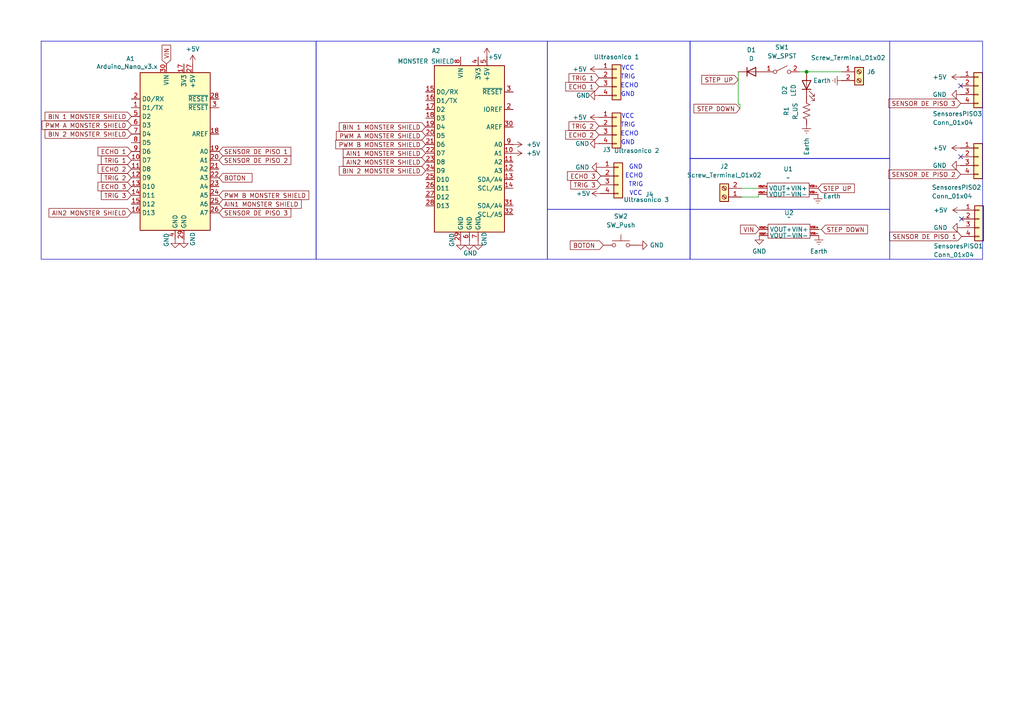
<source format=kicad_sch>
(kicad_sch (version 20231120) (generator "eeschema") (generator_version "8.0")
  (paper "A4")
  (lib_symbols
    (symbol "Conn_01x04_1" (pin_names (offset 1.016) hide)
      (property "Reference" "J" (at 0 5.08 0))
      (property "Value" "Conn_01x04" (at 0 -7.62 0))
      (symbol "Conn_01x04_1_1_1"
        (rectangle (start -1.27 -4.953) (end 0 -5.207) (stroke (width 0.1524)))
        (rectangle (start -1.27 -2.413) (end 0 -2.667) (stroke (width 0.1524)))
        (rectangle (start -1.27 0.127) (end 0 -0.127) (stroke (width 0.1524)))
        (rectangle (start -1.27 2.667) (end 0 2.413) (stroke (width 0.1524)))
        (rectangle (start -1.27 3.81) (end 1.27 -6.35) (stroke (width 0.254)) (fill (type background)))
        (pin passive line (at -5.08 2.54 0) (length 3.81) (name "Pin_1") (number "1"))
        (pin passive line (at -5.08 0 0) (length 3.81) (name "Pin_2") (number "2"))
        (pin passive line (at -5.08 -2.54 0) (length 3.81) (name "Pin_3") (number "3"))
        (pin passive line (at -5.08 -5.08 0) (length 3.81) (name "Pin_4") (number "4"))
      )
    )
    (symbol "Connector:Screw_Terminal_01x02" (pin_names (offset 1.016) hide)
      (property "Reference" "J" (at 0 2.54 0))
      (property "Value" "Screw_Terminal_01x02" (at 0 -5.08 0))
      (symbol "Screw_Terminal_01x02_1_1"
        (rectangle (start -1.27 1.27) (end 1.27 -3.81) (stroke (width 0.254)) (fill (type background)))
        (circle (center 0 -2.54) (radius 0.635) (stroke (width 0.1524)))
        (polyline (pts (xy -0.5334 -2.2098) (xy 0.3302 -3.048)) (stroke (width 0.1524)))
        (polyline (pts (xy -0.5334 0.3302) (xy 0.3302 -0.508)) (stroke (width 0.1524)))
        (polyline (pts (xy -0.3556 -2.032) (xy 0.508 -2.8702)) (stroke (width 0.1524)))
        (polyline (pts (xy -0.3556 0.508) (xy 0.508 -0.3302)) (stroke (width 0.1524)))
        (circle (center 0 0) (radius 0.635) (stroke (width 0.1524)))
        (pin passive line (at -5.08 0 0) (length 3.81) (name "Pin_1") (number "1"))
        (pin passive line (at -5.08 -2.54 0) (length 3.81) (name "Pin_2") (number "2"))
      )
    )
    (symbol "Connector_Generic:Conn_01x04" (pin_names (offset 1.016) hide)
      (property "Reference" "J1" (at -1.016 5.08 0))
      (property "Value" "Ultrasonico" (at -5.842 -7.62 0))
      (symbol "Conn_01x04_1_1"
        (rectangle (start -1.27 -4.953) (end 0 -5.207) (stroke (width 0.1524)))
        (rectangle (start -1.27 -2.413) (end 0 -2.667) (stroke (width 0.1524)))
        (rectangle (start -1.27 0.127) (end 0 -0.127) (stroke (width 0.1524)))
        (rectangle (start -1.27 2.667) (end 0 2.413) (stroke (width 0.1524)))
        (rectangle (start -1.27 3.81) (end 1.27 -6.35) (stroke (width 0.254)) (fill (type background)))
        (pin passive line (at -5.08 2.54 0) (length 3.81) (name "Pin_1") (number "1"))
        (pin passive line (at -5.08 0 0) (length 3.81) (name "Pin_2") (number "2"))
        (pin passive line (at -5.08 -2.54 0) (length 3.81) (name "Pin_3") (number "3"))
        (pin passive line (at -5.08 -5.08 0) (length 3.81) (name "Pin_4") (number "4"))
      )
    )
    (symbol "Device:D" (pin_numbers hide) (pin_names (offset 1.016) hide)
      (property "Reference" "D" (at 0 2.54 0))
      (property "Value" "D" (at 0 -2.54 0))
      (symbol "D_0_1"
        (polyline (pts (xy -1.27 1.27) (xy -1.27 -1.27)) (stroke (width 0.254)))
        (polyline (pts (xy 1.27 0) (xy -1.27 0)))
        (polyline (pts (xy 1.27 1.27) (xy 1.27 -1.27) (xy -1.27 0) (xy 1.27 1.27)) (stroke (width 0.254)))
      )
      (symbol "D_1_1"
        (pin passive line (at -3.81 0 0) (length 2.54) (name "K") (number "1"))
        (pin passive line (at 3.81 0 180) (length 2.54) (name "A") (number "2"))
      )
    )
    (symbol "Device:LED" (pin_numbers hide) (pin_names (offset 1.016) hide)
      (property "Reference" "D" (at 0 2.54 0))
      (property "Value" "LED" (at 0 -2.54 0))
      (symbol "LED_0_1"
        (polyline (pts (xy -1.27 -1.27) (xy -1.27 1.27)) (stroke (width 0.254)))
        (polyline (pts (xy -1.27 0) (xy 1.27 0)))
        (polyline (pts (xy 1.27 -1.27) (xy 1.27 1.27) (xy -1.27 0) (xy 1.27 -1.27)) (stroke (width 0.254)))
        (polyline (pts (xy -3.048 -0.762) (xy -4.572 -2.286) (xy -3.81 -2.286) (xy -4.572 -2.286) (xy -4.572 -1.524)))
        (polyline (pts (xy -1.778 -0.762) (xy -3.302 -2.286) (xy -2.54 -2.286) (xy -3.302 -2.286) (xy -3.302 -1.524)))
      )
      (symbol "LED_1_1"
        (pin passive line (at -3.81 0 0) (length 2.54) (name "K") (number "1"))
        (pin passive line (at 3.81 0 180) (length 2.54) (name "A") (number "2"))
      )
    )
    (symbol "Device:R_US" (pin_numbers hide) (pin_names (offset 0))
      (property "Reference" "R" (at 2.54 0 90))
      (property "Value" "R_US" (at -2.54 0 90))
      (symbol "R_US_0_1"
        (polyline (pts (xy 0 -2.286) (xy 0 -2.54)))
        (polyline (pts (xy 0 2.286) (xy 0 2.54)))
        (polyline (pts (xy 0 -0.762) (xy 1.016 -1.143) (xy 0 -1.524) (xy -1.016 -1.905) (xy 0 -2.286)))
        (polyline (pts (xy 0 0.762) (xy 1.016 0.381) (xy 0 0) (xy -1.016 -0.381) (xy 0 -0.762)))
        (polyline (pts (xy 0 2.286) (xy 1.016 1.905) (xy 0 1.524) (xy -1.016 1.143) (xy 0 0.762)))
      )
      (symbol "R_US_1_1"
        (pin passive line (at 0 3.81 270) (length 1.27) (name "~") (number "1"))
        (pin passive line (at 0 -3.81 90) (length 1.27) (name "~") (number "2"))
      )
    )
    (symbol "MCU_Module:Arduino_Nano_v3.x"
      (property "Reference" "A" (at -10.16 23.495 0))
      (property "Value" "Arduino_Nano_v3.x" (at 5.08 -24.13 0))
      (symbol "Arduino_Nano_v3.x_0_1"
        (rectangle (start -10.16 22.86) (end 10.16 -22.86) (stroke (width 0.254)) (fill (type background)))
      )
      (symbol "Arduino_Nano_v3.x_1_1"
        (pin bidirectional line (at -12.7 12.7 0) (length 2.54) (name "D1/TX") (number "1"))
        (pin bidirectional line (at -12.7 -2.54 0) (length 2.54) (name "D7") (number "10"))
        (pin bidirectional line (at -12.7 -5.08 0) (length 2.54) (name "D8") (number "11"))
        (pin bidirectional line (at -12.7 -7.62 0) (length 2.54) (name "D9") (number "12"))
        (pin bidirectional line (at -12.7 -10.16 0) (length 2.54) (name "D10") (number "13"))
        (pin bidirectional line (at -12.7 -12.7 0) (length 2.54) (name "D11") (number "14"))
        (pin bidirectional line (at -12.7 -15.24 0) (length 2.54) (name "D12") (number "15"))
        (pin bidirectional line (at -12.7 -17.78 0) (length 2.54) (name "D13") (number "16"))
        (pin power_out line (at 2.54 25.4 270) (length 2.54) (name "3V3") (number "17"))
        (pin input line (at 12.7 5.08 180) (length 2.54) (name "AREF") (number "18"))
        (pin bidirectional line (at 12.7 0 180) (length 2.54) (name "A0") (number "19"))
        (pin bidirectional line (at -12.7 15.24 0) (length 2.54) (name "D0/RX") (number "2"))
        (pin bidirectional line (at 12.7 -2.54 180) (length 2.54) (name "A1") (number "20"))
        (pin bidirectional line (at 12.7 -5.08 180) (length 2.54) (name "A2") (number "21"))
        (pin bidirectional line (at 12.7 -7.62 180) (length 2.54) (name "A3") (number "22"))
        (pin bidirectional line (at 12.7 -10.16 180) (length 2.54) (name "A4") (number "23"))
        (pin bidirectional line (at 12.7 -12.7 180) (length 2.54) (name "A5") (number "24"))
        (pin bidirectional line (at 12.7 -15.24 180) (length 2.54) (name "A6") (number "25"))
        (pin bidirectional line (at 12.7 -17.78 180) (length 2.54) (name "A7") (number "26"))
        (pin power_out line (at 5.08 25.4 270) (length 2.54) (name "+5V") (number "27"))
        (pin input line (at 12.7 15.24 180) (length 2.54) (name "~{RESET}") (number "28"))
        (pin power_in line (at 2.54 -25.4 90) (length 2.54) (name "GND") (number "29"))
        (pin input line (at 12.7 12.7 180) (length 2.54) (name "~{RESET}") (number "3"))
        (pin power_in line (at -2.54 25.4 270) (length 2.54) (name "VIN") (number "30"))
        (pin power_in line (at 0 -25.4 90) (length 2.54) (name "GND") (number "4"))
        (pin bidirectional line (at -12.7 10.16 0) (length 2.54) (name "D2") (number "5"))
        (pin bidirectional line (at -12.7 7.62 0) (length 2.54) (name "D3") (number "6"))
        (pin bidirectional line (at -12.7 5.08 0) (length 2.54) (name "D4") (number "7"))
        (pin bidirectional line (at -12.7 2.54 0) (length 2.54) (name "D5") (number "8"))
        (pin bidirectional line (at -12.7 0 0) (length 2.54) (name "D6") (number "9"))
      )
    )
    (symbol "MCU_Module:Arduino_UNO_R3"
      (property "Reference" "A" (at -10.16 23.495 0))
      (property "Value" "Arduino_UNO_R3" (at 5.08 -26.67 0))
      (symbol "Arduino_UNO_R3_0_1"
        (rectangle (start -10.16 22.86) (end 10.16 -25.4) (stroke (width 0.254)) (fill (type background)))
      )
      (symbol "Arduino_UNO_R3_1_1"
        (pin no_connect line (at -10.16 -20.32 0) (length 2.54) hide (name "NC") (number "1"))
        (pin bidirectional line (at 12.7 -2.54 180) (length 2.54) (name "A1") (number "10"))
        (pin bidirectional line (at 12.7 -5.08 180) (length 2.54) (name "A2") (number "11"))
        (pin bidirectional line (at 12.7 -7.62 180) (length 2.54) (name "A3") (number "12"))
        (pin bidirectional line (at 12.7 -10.16 180) (length 2.54) (name "SDA/A4") (number "13"))
        (pin bidirectional line (at 12.7 -12.7 180) (length 2.54) (name "SCL/A5") (number "14"))
        (pin bidirectional line (at -12.7 15.24 0) (length 2.54) (name "D0/RX") (number "15"))
        (pin bidirectional line (at -12.7 12.7 0) (length 2.54) (name "D1/TX") (number "16"))
        (pin bidirectional line (at -12.7 10.16 0) (length 2.54) (name "D2") (number "17"))
        (pin bidirectional line (at -12.7 7.62 0) (length 2.54) (name "D3") (number "18"))
        (pin bidirectional line (at -12.7 5.08 0) (length 2.54) (name "D4") (number "19"))
        (pin output line (at 12.7 10.16 180) (length 2.54) (name "IOREF") (number "2"))
        (pin bidirectional line (at -12.7 2.54 0) (length 2.54) (name "D5") (number "20"))
        (pin bidirectional line (at -12.7 0 0) (length 2.54) (name "D6") (number "21"))
        (pin bidirectional line (at -12.7 -2.54 0) (length 2.54) (name "D7") (number "22"))
        (pin bidirectional line (at -12.7 -5.08 0) (length 2.54) (name "D8") (number "23"))
        (pin bidirectional line (at -12.7 -7.62 0) (length 2.54) (name "D9") (number "24"))
        (pin bidirectional line (at -12.7 -10.16 0) (length 2.54) (name "D10") (number "25"))
        (pin bidirectional line (at -12.7 -12.7 0) (length 2.54) (name "D11") (number "26"))
        (pin bidirectional line (at -12.7 -15.24 0) (length 2.54) (name "D12") (number "27"))
        (pin bidirectional line (at -12.7 -17.78 0) (length 2.54) (name "D13") (number "28"))
        (pin power_in line (at -2.54 -27.94 90) (length 2.54) (name "GND") (number "29"))
        (pin input line (at 12.7 15.24 180) (length 2.54) (name "~{RESET}") (number "3"))
        (pin input line (at 12.7 5.08 180) (length 2.54) (name "AREF") (number "30"))
        (pin bidirectional line (at 12.7 -17.78 180) (length 2.54) (name "SDA/A4") (number "31"))
        (pin bidirectional line (at 12.7 -20.32 180) (length 2.54) (name "SCL/A5") (number "32"))
        (pin power_out line (at 2.54 25.4 270) (length 2.54) (name "3V3") (number "4"))
        (pin power_out line (at 5.08 25.4 270) (length 2.54) (name "+5V") (number "5"))
        (pin power_in line (at 0 -27.94 90) (length 2.54) (name "GND") (number "6"))
        (pin power_in line (at 2.54 -27.94 90) (length 2.54) (name "GND") (number "7"))
        (pin power_in line (at -2.54 25.4 270) (length 2.54) (name "VIN") (number "8"))
        (pin bidirectional line (at 12.7 0 180) (length 2.54) (name "A0") (number "9"))
      )
    )
    (symbol "Mt3608:LM2596"
      (property "Reference" "U" (at 0 3.81 0))
      (symbol "LM2596_0_1"
        (rectangle (start -6.096 2.794) (end 6.096 -1.27))
      )
      (symbol "LM2596_1_1"
        (pin input line (at 8.636 1.27 180) (length 2.54) (name "VIN+") (number "VIN+"))
        (pin input line (at 8.636 -0.508 180) (length 2.54) (name "VIN-") (number "VIN-"))
        (pin input line (at -8.636 1.27 0) (length 2.54) (name "VOUT+") (number "VOUT+"))
        (pin input line (at -8.636 -0.508 0) (length 2.54) (name "VOUT-") (number "VOUT-"))
      )
    )
    (symbol "Mt3608:mt3608"
      (property "Reference" "U" (at 0 0 0))
      (symbol "mt3608_0_1"
        (rectangle (start -5.08 -1.016) (end 7.112 -5.08))
      )
      (symbol "mt3608_1_1"
        (pin input line (at 9.652 -2.54 180) (length 2.54) (name "VIN+") (number "VIN+"))
        (pin input line (at 9.652 -4.318 180) (length 2.54) (name "VIN-") (number "VIN-"))
        (pin input line (at -7.62 -2.54 0) (length 2.54) (name "VOUT+") (number "VOUT+"))
        (pin input line (at -7.62 -4.318 0) (length 2.54) (name "VOUT-") (number "VOUT-"))
      )
    )
    (symbol "Switch:SW_Push" (pin_numbers hide) (pin_names (offset 1.016) hide)
      (property "Reference" "SW" (at 1.27 2.54 0))
      (property "Value" "SW_Push" (at 0 -1.524 0))
      (symbol "SW_Push_0_1"
        (circle (center -2.032 0) (radius 0.508))
        (polyline (pts (xy 0 1.27) (xy 0 3.048)))
        (polyline (pts (xy 2.54 1.27) (xy -2.54 1.27)))
        (circle (center 2.032 0) (radius 0.508))
        (pin passive line (at -5.08 0 0) (length 2.54) (name "1") (number "1"))
        (pin passive line (at 5.08 0 180) (length 2.54) (name "2") (number "2"))
      )
    )
    (symbol "Switch:SW_SPST" (pin_names (offset 0) hide)
      (property "Reference" "SW" (at 0 3.175 0))
      (property "Value" "SW_SPST" (at 0 -2.54 0))
      (symbol "SW_SPST_0_0"
        (circle (center -2.032 0) (radius 0.508))
        (polyline (pts (xy -1.524 0.254) (xy 1.524 1.778)))
        (circle (center 2.032 0) (radius 0.508))
      )
      (symbol "SW_SPST_1_1"
        (pin passive line (at -5.08 0 0) (length 2.54) (name "A") (number "1"))
        (pin passive line (at 5.08 0 180) (length 2.54) (name "B") (number "2"))
      )
    )
    (symbol "power:+5V" (power) (pin_numbers hide) (pin_names (offset 0) hide)
      (property "Value" "+5V" (at 0 3.556 0))
      (symbol "+5V_0_1"
        (polyline (pts (xy -0.762 1.27) (xy 0 2.54)))
        (polyline (pts (xy 0 0) (xy 0 2.54)))
        (polyline (pts (xy 0 2.54) (xy 0.762 1.27)))
      )
      (symbol "+5V_1_1"
        (pin power_in line (at 0 0 90) (length 0) (name "~") (number "1"))
      )
    )
    (symbol "power:Earth" (power) (pin_numbers hide) (pin_names (offset 0) hide)
      (property "Value" "Earth" (at 0 -3.81 0))
      (symbol "Earth_0_1"
        (polyline (pts (xy -0.635 -1.905) (xy 0.635 -1.905)))
        (polyline (pts (xy -0.127 -2.54) (xy 0.127 -2.54)))
        (polyline (pts (xy 0 -1.27) (xy 0 0)))
        (polyline (pts (xy 1.27 -1.27) (xy -1.27 -1.27)))
      )
      (symbol "Earth_1_1"
        (pin power_in line (at 0 0 270) (length 0) (name "~") (number "1"))
      )
    )
    (symbol "power:GND" (power) (pin_numbers hide) (pin_names (offset 0) hide)
      (property "Value" "GND" (at 0 -3.81 0))
      (symbol "GND_0_1"
        (polyline (pts (xy 0 0) (xy 0 -1.27) (xy 1.27 -1.27) (xy 0 -2.54) (xy -1.27 -1.27) (xy 0 -1.27)))
      )
      (symbol "GND_1_1"
        (pin power_in line (at 0 0 270) (length 0) (name "~") (number "1"))
      )
    )
  )
  (junction (at 233.934 20.828))
  (no_connect (at 278.638 45.466))
  (no_connect (at 278.892 63.5))
  (no_connect (at 278.638 24.892))
  (wire (pts (xy 219.964 56.388) (xy 219.964 57.15)))
  (wire (pts (xy 214.122 30.226) (xy 214.122 20.828)))
  (wire (pts (xy 238.252 66.548) (xy 237.49 66.548)))
  (wire (pts (xy 219.964 57.15) (xy 215.138 57.15)))
  (wire (pts (xy 214.63 30.226) (xy 214.63 31.496)))
  (wire (pts (xy 233.934 20.828) (xy 244.094 20.828)))
  (wire (pts (xy 215.138 54.61) (xy 219.964 54.61)))
  (wire (pts (xy 214.63 30.226) (xy 214.122 30.226)))
  (wire (pts (xy 231.902 20.828) (xy 233.934 20.828)))
  (rectangle (start 200.152 45.974) (end 258.064 60.706))
  (rectangle (start 11.938 11.938) (end 91.694 75.184))
  (rectangle (start 91.694 11.938) (end 158.75 75.184))
  (rectangle (start 158.75 60.706) (end 200.152 75.184))
  (rectangle (start 200.152 11.938) (end 258.064 45.974))
  (rectangle (start 200.152 60.706) (end 258.064 75.184))
  (rectangle (start 258.064 11.938) (end 284.988 75.184))
  (rectangle (start 158.75 11.938) (end 200.152 60.706))
  (text "ECHO" (at 183.896 51.054 0) (effects (font (size 1.27 1.27))))
  (text "TRIG" (at 182.118 22.352 0) (effects (font (size 1.27 1.27))))
  (text "GND" (at 184.404 48.514 0) (effects (font (size 1.27 1.27))))
  (text "VCC\n" (at 182.118 19.812 0) (effects (font (size 1.27 1.27))))
  (text "VCC\n" (at 184.404 56.134 0) (effects (font (size 1.27 1.27))))
  (text "TRIG" (at 182.118 36.322 0) (effects (font (size 1.27 1.27))))
  (text "ECHO" (at 182.626 38.862 0) (effects (font (size 1.27 1.27))))
  (text "TRIG" (at 184.404 53.594 0) (effects (font (size 1.27 1.27))))
  (text "ECHO" (at 182.626 24.892 0) (effects (font (size 1.27 1.27))))
  (text "GND" (at 182.118 27.432 0) (effects (font (size 1.27 1.27))))
  (text "VCC\n" (at 182.118 33.782 0) (effects (font (size 1.27 1.27))))
  (text "GND" (at 182.118 41.402 0) (effects (font (size 1.27 1.27))))
  (global_label "TRIG 3" (shape input) (at 174.244 53.594 180) (property "Intersheetrefs" "${INTERSHEET_REFS}" (effects (hide yes))))
  (global_label "SENSOR DE PISO 3" (shape input) (at 278.638 29.972 180) (property "Intersheetrefs" "${INTERSHEET_REFS}" (effects (hide yes))))
  (global_label "TRIG 3" (shape input) (at 38.1 56.642 180) (property "Intersheetrefs" "${INTERSHEET_REFS}" (effects (hide yes))))
  (global_label "ECHO 1" (shape input) (at 173.736 25.146 180) (property "Intersheetrefs" "${INTERSHEET_REFS}" (effects (hide yes))))
  (global_label "BIN 1 MONSTER SHIELD" (shape input) (at 123.444 36.83 180) (property "Intersheetrefs" "${INTERSHEET_REFS}" (effects (hide yes))))
  (global_label "BIN 2 MONSTER SHIELD" (shape input) (at 38.1 38.862 180) (property "Intersheetrefs" "${INTERSHEET_REFS}" (effects (hide yes))))
  (global_label "ECHO 2" (shape input) (at 38.1 49.022 180) (property "Intersheetrefs" "${INTERSHEET_REFS}" (effects (hide yes))))
  (global_label "SENSOR DE PISO 2" (shape input) (at 63.5 46.482 0) (property "Intersheetrefs" "${INTERSHEET_REFS}" (effects (hide yes))))
  (global_label "VIN" (shape input) (at 48.26 18.542 90) (property "Intersheetrefs" "${INTERSHEET_REFS}" (effects (hide yes))))
  (global_label "STEP DOWN" (shape input) (at 214.63 31.496 180) (property "Intersheetrefs" "${INTERSHEET_REFS}" (effects (hide yes))))
  (global_label "SENSOR DE PISO 1" (shape input) (at 278.892 68.58 180) (property "Intersheetrefs" "${INTERSHEET_REFS}" (effects (hide yes))))
  (global_label "VIN" (shape input) (at 220.218 66.548 180) (property "Intersheetrefs" "${INTERSHEET_REFS}" (effects (hide yes))))
  (global_label "PWM A MONSTER SHIELD" (shape input) (at 123.444 39.37 180) (property "Intersheetrefs" "${INTERSHEET_REFS}" (effects (hide yes))))
  (global_label "BOTON " (shape input) (at 175.006 71.12 180) (property "Intersheetrefs" "${INTERSHEET_REFS}" (effects (hide yes))))
  (global_label "ECHO 3" (shape input) (at 174.244 51.054 180) (property "Intersheetrefs" "${INTERSHEET_REFS}" (effects (hide yes))))
  (global_label "SENSOR DE PISO 2" (shape input) (at 278.638 50.546 180) (property "Intersheetrefs" "${INTERSHEET_REFS}" (effects (hide yes))))
  (global_label "TRIG 1" (shape input) (at 173.736 22.606 180) (property "Intersheetrefs" "${INTERSHEET_REFS}" (effects (hide yes))))
  (global_label "ECHO 1" (shape input) (at 38.1 43.942 180) (property "Intersheetrefs" "${INTERSHEET_REFS}" (effects (hide yes))))
  (global_label "AIN1 MONSTER SHIELD" (shape input) (at 63.5 59.182 0) (property "Intersheetrefs" "${INTERSHEET_REFS}" (effects (hide yes))))
  (global_label "ECHO 2" (shape input) (at 173.736 39.116 180) (property "Intersheetrefs" "${INTERSHEET_REFS}" (effects (hide yes))))
  (global_label "STEP UP" (shape input) (at 214.122 23.114 180) (property "Intersheetrefs" "${INTERSHEET_REFS}" (effects (hide yes))))
  (global_label "TRIG 2" (shape input) (at 38.1 51.562 180) (property "Intersheetrefs" "${INTERSHEET_REFS}" (effects (hide yes))))
  (global_label "PWM B MONSTER SHIELD" (shape input) (at 123.444 41.91 180) (property "Intersheetrefs" "${INTERSHEET_REFS}" (effects (hide yes))))
  (global_label "TRIG 1" (shape input) (at 38.1 46.482 180) (property "Intersheetrefs" "${INTERSHEET_REFS}" (effects (hide yes))))
  (global_label "TRIG 2" (shape input) (at 173.736 36.576 180) (property "Intersheetrefs" "${INTERSHEET_REFS}" (effects (hide yes))))
  (global_label "AIN1 MONSTER SHIELD" (shape input) (at 123.444 44.45 180) (property "Intersheetrefs" "${INTERSHEET_REFS}" (effects (hide yes))))
  (global_label "BOTON " (shape input) (at 63.5 51.562 0) (property "Intersheetrefs" "${INTERSHEET_REFS}" (effects (hide yes))))
  (global_label "PWM B MONSTER SHIELD" (shape input) (at 63.5 56.642 0) (property "Intersheetrefs" "${INTERSHEET_REFS}" (effects (hide yes))))
  (global_label "STEP DOWN" (shape input) (at 238.252 66.548 0) (property "Intersheetrefs" "${INTERSHEET_REFS}" (effects (hide yes))))
  (global_label "STEP UP" (shape input) (at 237.236 54.61 0) (property "Intersheetrefs" "${INTERSHEET_REFS}" (effects (hide yes))))
  (global_label "SENSOR DE PISO 1" (shape input) (at 63.5 43.942 0) (property "Intersheetrefs" "${INTERSHEET_REFS}" (effects (hide yes))))
  (global_label "BIN 1 MONSTER SHIELD" (shape input) (at 38.1 33.782 180) (property "Intersheetrefs" "${INTERSHEET_REFS}" (effects (hide yes))))
  (global_label "PWM A MONSTER SHIELD" (shape input) (at 38.1 36.322 180) (property "Intersheetrefs" "${INTERSHEET_REFS}" (effects (hide yes))))
  (global_label "AIN2 MONSTER SHIELD" (shape input) (at 38.1 61.722 180) (property "Intersheetrefs" "${INTERSHEET_REFS}" (effects (hide yes))))
  (global_label "SENSOR DE PISO 3" (shape input) (at 63.5 61.722 0) (property "Intersheetrefs" "${INTERSHEET_REFS}" (effects (hide yes))))
  (global_label "AIN2 MONSTER SHIELD" (shape input) (at 123.444 46.99 180) (property "Intersheetrefs" "${INTERSHEET_REFS}" (effects (hide yes))))
  (global_label "BIN 2 MONSTER SHIELD" (shape input) (at 123.444 49.53 180) (property "Intersheetrefs" "${INTERSHEET_REFS}" (effects (hide yes))))
  (global_label "ECHO 3" (shape input) (at 38.1 54.102 180) (property "Intersheetrefs" "${INTERSHEET_REFS}" (effects (hide yes))))
  (symbol (lib_id "Connector_Generic:Conn_01x04") (at 178.816 22.606 0) (unit 1)
    (property "Reference" "J1" (at 63.5 -10.16 0))
    (property "Value" "Ultrasonico 1" (at 178.816 16.51 0))
    (property "Footprint" "Connector_PinHeader_2.54mm:PinHeader_1x04_P2.54mm_Vertical" (effects (hide yes)))
    (property "Description" "Generic connector, single row, 01x04, script generated (kicad-library-utils/schlib/autogen/connector/)" (effects (hide yes)))
  )
  (symbol (lib_id "power:Earth") (at 244.094 23.368 270) (unit 1)
    (property "Reference" "#PWR02" (effects (hide yes)))
    (property "Value" "Earth" (at 241.046 23.368 90) (effects (justify right)))
    (property "Description" "Power symbol creates a global label with name \"Earth\"" (effects (hide yes)))
  )
  (symbol (lib_id "power:+5V") (at 55.88 18.542 0) (unit 1)
    (property "Reference" "#PWR05" (effects (hide yes)))
    (property "Value" "+5V" (at 55.88 14.224 0))
    (property "Description" "Power symbol creates a global label with name \"+5V\"" (effects (hide yes)))
  )
  (symbol (lib_id "power:GND") (at 278.638 48.006 270) (unit 1)
    (property "Reference" "#PWR028" (effects (hide yes)))
    (property "Value" "GND" (at 274.574 48.0059 90) (effects (justify right)))
    (property "Description" "Power symbol creates a global label with name \"GND\" , ground" (effects (hide yes)))
  )
  (symbol (lib_id "power:+5V") (at 148.844 41.91 270) (unit 1)
    (property "Reference" "#PWR019" (effects (hide yes)))
    (property "Value" "+5V" (at 152.654 41.9099 90) (effects (justify left)))
    (property "Description" "Power symbol creates a global label with name \"+5V\"" (effects (hide yes)))
  )
  (symbol (lib_id "power:Earth") (at 233.934 36.068 0) (unit 1)
    (property "Reference" "#PWR01" (effects (hide yes)))
    (property "Value" "Earth" (at 233.934 39.878 90) (effects (justify right)))
    (property "Description" "Power symbol creates a global label with name \"Earth\"" (effects (hide yes)))
  )
  (symbol (lib_id "power:GND") (at 173.736 41.656 270) (unit 1)
    (property "Reference" "#PWR013" (effects (hide yes)))
    (property "Value" "GND" (at 168.91 41.656 90))
    (property "Description" "Power symbol creates a global label with name \"GND\" , ground" (effects (hide yes)))
  )
  (symbol (lib_id "power:GND") (at 278.892 66.04 270) (unit 1)
    (property "Reference" "#PWR030" (effects (hide yes)))
    (property "Value" "GND" (at 274.828 66.0399 90) (effects (justify right)))
    (property "Description" "Power symbol creates a global label with name \"GND\" , ground" (effects (hide yes)))
  )
  (symbol (lib_id "power:GND") (at 133.604 69.85 0) (unit 1)
    (property "Reference" "#PWR07" (effects (hide yes)))
    (property "Value" "GND" (at 131.064 69.596 90))
    (property "Description" "Power symbol creates a global label with name \"GND\" , ground" (effects (hide yes)))
  )
  (symbol (lib_id "power:GND") (at 278.638 27.432 270) (unit 1)
    (property "Reference" "#PWR017" (effects (hide yes)))
    (property "Value" "GND" (at 274.574 27.4319 90) (effects (justify right)))
    (property "Description" "Power symbol creates a global label with name \"GND\" , ground" (effects (hide yes)))
  )
  (symbol (lib_id "power:+5V") (at 173.736 20.066 90) (unit 1)
    (property "Reference" "#PWR016" (effects (hide yes)))
    (property "Value" "+5V" (at 170.18 20.0659 90) (effects (justify left)))
    (property "Description" "Power symbol creates a global label with name \"+5V\"" (effects (hide yes)))
  )
  (symbol (lib_id "Device:LED") (at 233.934 24.638 90) (unit 1)
    (property "Reference" "D2" (at 227.584 26.2255 0))
    (property "Value" "LED" (at 230.124 26.2255 0))
    (property "Footprint" "Connector_PinHeader_2.54mm:PinHeader_1x02_P2.54mm_Vertical" (effects (hide yes)))
    (property "Description" "Light emitting diode" (effects (hide yes)))
  )
  (symbol (lib_id "power:+5V") (at 173.736 34.036 90) (unit 1)
    (property "Reference" "#PWR015" (effects (hide yes)))
    (property "Value" "+5V" (at 170.18 34.0359 90) (effects (justify left)))
    (property "Description" "Power symbol creates a global label with name \"+5V\"" (effects (hide yes)))
  )
  (symbol (lib_id "Device:R_US") (at 233.934 32.258 180) (unit 1)
    (property "Reference" "R1" (at 228.092 32.258 90))
    (property "Value" "R_US" (at 230.632 32.258 90))
    (property "Footprint" "Resistor_THT:R_Axial_DIN0207_L6.3mm_D2.5mm_P10.16mm_Horizontal" (effects (hide yes)))
    (property "Description" "Resistor, US symbol" (effects (hide yes)))
  )
  (symbol (lib_id "Mt3608:LM2596") (at 228.854 67.818 0) (unit 1)
    (property "Reference" "U2" (at 228.854 61.722 0))
    (property "Value" "~" (at 228.854 62.992 0))
    (property "Footprint" "Step Down:Step Down" (effects (hide yes)))
  )
  (symbol (lib_id "Connector_Generic:Conn_01x04") (at 178.816 36.576 0) (unit 1)
    (property "Reference" "J3" (at 174.752 43.434 0) (effects (justify left)))
    (property "Value" "Ultrasonico 2" (at 178.054 43.688 0) (effects (justify left)))
    (property "Footprint" "Connector_PinHeader_2.54mm:PinHeader_1x04_P2.54mm_Vertical" (effects (hide yes)))
    (property "Description" "Generic connector, single row, 01x04, script generated (kicad-library-utils/schlib/autogen/connector/)" (effects (hide yes)))
  )
  (symbol (lib_id "power:+5V") (at 174.244 56.134 90) (mirror x) (unit 1)
    (property "Reference" "#PWR010" (effects (hide yes)))
    (property "Value" "+5V" (at 171.196 56.134 90) (effects (justify left)))
    (property "Description" "Power symbol creates a global label with name \"+5V\"" (effects (hide yes)))
  )
  (symbol (lib_id "power:GND") (at 173.736 27.686 270) (unit 1)
    (property "Reference" "#PWR014" (effects (hide yes)))
    (property "Value" "GND" (at 169.164 27.686 90))
    (property "Description" "Power symbol creates a global label with name \"GND\" , ground" (effects (hide yes)))
  )
  (symbol (lib_id "power:GND") (at 174.244 48.514 270) (mirror x) (unit 1)
    (property "Reference" "#PWR012" (effects (hide yes)))
    (property "Value" "GND" (at 168.91 48.514 90))
    (property "Description" "Power symbol creates a global label with name \"GND\" , ground" (effects (hide yes)))
  )
  (symbol (lib_id "power:GND") (at 220.218 68.326 0) (unit 1)
    (property "Reference" "#PWR021" (effects (hide yes)))
    (property "Value" "GND" (at 220.218 72.898 0))
    (property "Description" "Power symbol creates a global label with name \"GND\" , ground" (effects (hide yes)))
  )
  (symbol (lib_name "Conn_01x04_1") (lib_id "Connector_Generic:Conn_01x04") (at 283.718 24.892 0) (unit 1)
    (property "Reference" "SensoresPISO3" (at 270.51 33.02 0) (effects (justify left)))
    (property "Value" "Conn_01x04" (at 270.51 35.56 0) (effects (justify left)))
    (property "Footprint" "Connector_PinSocket_2.54mm:PinSocket_1x04_P2.54mm_Vertical" (effects (hide yes)))
    (property "Description" "Generic connector, single row, 01x04, script generated (kicad-library-utils/schlib/autogen/connector/)" (effects (hide yes)))
  )
  (symbol (lib_id "Mt3608:mt3608") (at 227.584 52.07 0) (unit 1)
    (property "Reference" "U1" (at 228.6 49.022 0))
    (property "Value" "~" (at 228.6 51.562 0))
    (property "Footprint" "misc_footprints:MT3608_module" (effects (hide yes)))
  )
  (symbol (lib_id "Switch:SW_Push") (at 180.086 71.12 0) (unit 1)
    (property "Reference" "SW2" (at 180.086 62.738 0))
    (property "Value" "SW_Push" (at 180.086 65.278 0))
    (property "Footprint" "Connector_PinHeader_2.54mm:PinHeader_1x02_P2.54mm_Vertical" (effects (hide yes)))
    (property "Description" "Push button switch, generic, two pins" (effects (hide yes)))
  )
  (symbol (lib_id "Switch:SW_SPST") (at 226.822 20.828 0) (unit 1)
    (property "Reference" "SW1" (at 226.822 13.716 0))
    (property "Value" "SW_SPST" (at 226.822 16.256 0))
    (property "Footprint" "Connector_PinHeader_2.54mm:PinHeader_1x02_P2.54mm_Vertical" (effects (hide yes)))
    (property "Description" "Single Pole Single Throw (SPST) switch" (effects (hide yes)))
  )
  (symbol (lib_id "power:GND") (at 136.144 69.85 0) (unit 1)
    (property "Reference" "#PWR08" (effects (hide yes)))
    (property "Value" "GND" (at 136.398 73.406 0))
    (property "Description" "Power symbol creates a global label with name \"GND\" , ground" (effects (hide yes)))
  )
  (symbol (lib_id "Device:D") (at 217.932 20.828 0) (unit 1)
    (property "Reference" "D1" (at 217.932 14.478 0))
    (property "Value" "D" (at 217.932 17.018 0))
    (property "Footprint" "Diode_THT:D_5W_P10.16mm_Horizontal" (effects (hide yes)))
    (property "Description" "Diode" (effects (hide yes)))
    (property "Sim.Device" "D" (effects (hide yes)))
    (property "Sim.Pins" "1=K 2=A" (effects (hide yes)))
  )
  (symbol (lib_id "Connector:Screw_Terminal_01x02") (at 249.174 20.828 0) (unit 1)
    (property "Reference" "J6" (at 251.46 20.8279 0) (effects (justify left)))
    (property "Value" "Screw_Terminal_01x02" (at 235.204 16.764 0) (effects (justify left)))
    (property "Footprint" "Connector_AMASS:AMASS_XT60-F_1x02_P7.20mm_Vertical" (effects (hide yes)))
    (property "Description" "Generic screw terminal, single row, 01x02, script generated (kicad-library-utils/schlib/autogen/connector/)" (effects (hide yes)))
  )
  (symbol (lib_id "power:GND") (at 53.34 69.342 0) (unit 1)
    (property "Reference" "#PWR04" (effects (hide yes)))
    (property "Value" "GND" (at 55.88 69.342 90))
    (property "Description" "Power symbol creates a global label with name \"GND\" , ground" (effects (hide yes)))
  )
  (symbol (lib_id "power:+5V") (at 278.638 42.926 90) (unit 1)
    (property "Reference" "#PWR027" (effects (hide yes)))
    (property "Value" "+5V" (at 274.574 42.9259 90) (effects (justify left)))
    (property "Description" "Power symbol creates a global label with name \"+5V\"" (effects (hide yes)))
  )
  (symbol (lib_id "power:GND") (at 50.8 69.342 0) (unit 1)
    (property "Reference" "#PWR03" (effects (hide yes)))
    (property "Value" "GND" (at 48.26 69.596 90))
    (property "Description" "Power symbol creates a global label with name \"GND\" , ground" (effects (hide yes)))
  )
  (symbol (lib_id "Connector:Screw_Terminal_01x02") (at 210.058 57.15 180) (unit 1)
    (property "Reference" "J2" (at 210.058 48.26 0))
    (property "Value" "Screw_Terminal_01x02" (at 210.058 50.8 0))
    (property "Footprint" "TerminalBlock:TerminalBlock_bornier-2_P5.08mm" (effects (hide yes)))
    (property "Description" "Generic screw terminal, single row, 01x02, script generated (kicad-library-utils/schlib/autogen/connector/)" (effects (hide yes)))
  )
  (symbol (lib_id "power:GND") (at 138.684 69.85 0) (unit 1)
    (property "Reference" "#PWR09" (effects (hide yes)))
    (property "Value" "GND" (at 140.462 69.342 90))
    (property "Description" "Power symbol creates a global label with name \"GND\" , ground" (effects (hide yes)))
  )
  (symbol (lib_id "Connector_Generic:Conn_01x04") (at 179.324 51.054 0) (unit 1)
    (property "Reference" "J4" (at 187.198 56.388 0) (effects (justify left)))
    (property "Value" "Ultrasonico 3" (at 180.848 57.912 0) (effects (justify left)))
    (property "Footprint" "Connector_PinHeader_2.54mm:PinHeader_1x04_P2.54mm_Vertical" (effects (hide yes)))
    (property "Description" "Generic connector, single row, 01x04, script generated (kicad-library-utils/schlib/autogen/connector/)" (effects (hide yes)))
  )
  (symbol (lib_name "Conn_01x04_1") (lib_id "Connector_Generic:Conn_01x04") (at 283.718 45.466 0) (unit 1)
    (property "Reference" "SensoresPISO2" (at 270.256 54.356 0) (effects (justify left)))
    (property "Value" "Conn_01x04" (at 270.256 56.896 0) (effects (justify left)))
    (property "Footprint" "Connector_PinSocket_2.54mm:PinSocket_1x04_P2.54mm_Vertical" (effects (hide yes)))
    (property "Description" "Generic connector, single row, 01x04, script generated (kicad-library-utils/schlib/autogen/connector/)" (effects (hide yes)))
  )
  (symbol (lib_id "MCU_Module:Arduino_Nano_v3.x") (at 50.8 43.942 0) (unit 1)
    (property "Reference" "A1" (at 36.576 17.018 0) (effects (justify left)))
    (property "Value" "Arduino_Nano_v3.x" (at 27.94 19.304 0) (effects (justify left)))
    (property "Footprint" "Module:Arduino_Nano" (effects (hide yes)))
    (property "Datasheet" "http://www.mouser.com/pdfdocs/Gravitech_Arduino_Nano3_0.pdf" (effects (hide yes)))
    (property "Description" "Arduino Nano v3.x" (effects (hide yes)))
  )
  (symbol (lib_id "power:+5V") (at 278.892 60.96 90) (unit 1)
    (property "Reference" "#PWR029" (effects (hide yes)))
    (property "Value" "+5V" (at 274.828 60.9599 90) (effects (justify left)))
    (property "Description" "Power symbol creates a global label with name \"+5V\"" (effects (hide yes)))
  )
  (symbol (lib_name "Conn_01x04_1") (lib_id "Connector_Generic:Conn_01x04") (at 283.972 63.5 0) (unit 1)
    (property "Reference" "SensoresPISO1" (at 270.764 71.374 0) (effects (justify left)))
    (property "Value" "Conn_01x04" (at 270.764 73.914 0) (effects (justify left)))
    (property "Footprint" "Connector_PinSocket_2.54mm:PinSocket_1x04_P2.54mm_Vertical" (effects (hide yes)))
    (property "Description" "Generic connector, single row, 01x04, script generated (kicad-library-utils/schlib/autogen/connector/)" (effects (hide yes)))
  )
  (symbol (lib_id "MCU_Module:Arduino_UNO_R3") (at 136.144 41.91 0) (unit 1)
    (property "Reference" "A2" (at 125.222 14.732 0) (effects (justify left)))
    (property "Value" "MONSTER SHIELD" (at 115.316 17.78 0) (effects (justify left)))
    (property "Footprint" "Module:Arduino_UNO_R3" (effects (hide yes)))
    (property "Datasheet" "https://www.arduino.cc/en/Main/arduinoBoardUno" (effects (hide yes)))
    (property "Description" "Arduino UNO Microcontroller Module, release 3" (effects (hide yes)))
  )
  (symbol (lib_id "power:Earth") (at 237.236 56.388 0) (unit 1)
    (property "Reference" "#PWR020" (effects (hide yes)))
    (property "Value" "Earth" (at 241.3 56.896 0))
    (property "Description" "Power symbol creates a global label with name \"Earth\"" (effects (hide yes)))
  )
  (symbol (lib_id "power:+5V") (at 148.844 44.45 270) (unit 1)
    (property "Reference" "#PWR018" (effects (hide yes)))
    (property "Value" "+5V" (at 152.654 44.4499 90) (effects (justify left)))
    (property "Description" "Power symbol creates a global label with name \"+5V\"" (effects (hide yes)))
  )
  (symbol (lib_id "power:Earth") (at 237.49 68.326 0) (unit 1)
    (property "Reference" "#PWR022" (effects (hide yes)))
    (property "Value" "Earth" (at 237.49 72.898 0))
    (property "Description" "Power symbol creates a global label with name \"Earth\"" (effects (hide yes)))
  )
  (symbol (lib_id "power:+5V") (at 278.638 22.352 90) (unit 1)
    (property "Reference" "#PWR011" (effects (hide yes)))
    (property "Value" "+5V" (at 274.574 22.3519 90) (effects (justify left)))
    (property "Description" "Power symbol creates a global label with name \"+5V\"" (effects (hide yes)))
  )
  (symbol (lib_id "power:+5V") (at 141.224 16.51 0) (unit 1)
    (property "Reference" "#PWR06" (effects (hide yes)))
    (property "Value" "+5V" (at 143.51 16.51 0))
    (property "Description" "Power symbol creates a global label with name \"+5V\"" (effects (hide yes)))
  )
  (symbol (lib_id "power:GND") (at 185.166 71.12 90) (unit 1)
    (property "Reference" "#PWR026" (effects (hide yes)))
    (property "Value" "GND" (at 188.468 71.1199 90) (effects (justify right)))
    (property "Description" "Power symbol creates a global label with name \"GND\" , ground" (effects (hide yes)))
  )
)
</source>
